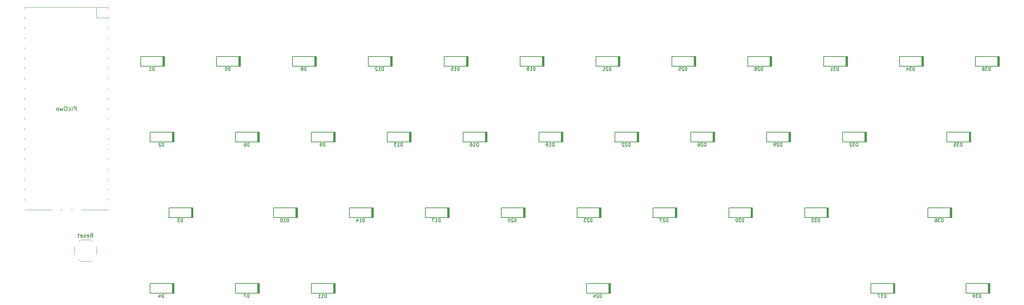
<source format=gbo>
%TF.GenerationSoftware,KiCad,Pcbnew,(5.1.10)-1*%
%TF.CreationDate,2022-03-22T21:52:09-04:00*%
%TF.ProjectId,Keeber40,4b656562-6572-4343-902e-6b696361645f,rev?*%
%TF.SameCoordinates,Original*%
%TF.FileFunction,Legend,Bot*%
%TF.FilePolarity,Positive*%
%FSLAX46Y46*%
G04 Gerber Fmt 4.6, Leading zero omitted, Abs format (unit mm)*
G04 Created by KiCad (PCBNEW (5.1.10)-1) date 2022-03-22 21:52:09*
%MOMM*%
%LPD*%
G01*
G04 APERTURE LIST*
%ADD10C,0.120000*%
%ADD11C,0.200000*%
%ADD12C,0.150000*%
G04 APERTURE END LIST*
D10*
%TO.C,PicOwo*%
X50977000Y-76883000D02*
X29977000Y-76883000D01*
X44177000Y-127883000D02*
X50977000Y-127883000D01*
X50977000Y-79550000D02*
X47970000Y-79550000D01*
X47970000Y-79550000D02*
X47970000Y-76883000D01*
X50977000Y-76883000D02*
X50977000Y-77183000D01*
X50977000Y-79283000D02*
X50977000Y-79683000D01*
X50977000Y-81883000D02*
X50977000Y-82283000D01*
X50977000Y-84383000D02*
X50977000Y-84783000D01*
X50977000Y-86983000D02*
X50977000Y-87383000D01*
X50977000Y-89483000D02*
X50977000Y-89883000D01*
X50977000Y-91983000D02*
X50977000Y-92383000D01*
X50977000Y-94583000D02*
X50977000Y-94983000D01*
X50977000Y-97083000D02*
X50977000Y-97483000D01*
X50977000Y-99683000D02*
X50977000Y-100083000D01*
X50977000Y-102183000D02*
X50977000Y-102583000D01*
X50977000Y-104683000D02*
X50977000Y-105083000D01*
X50977000Y-107283000D02*
X50977000Y-107683000D01*
X50977000Y-109783000D02*
X50977000Y-110183000D01*
X50977000Y-112383000D02*
X50977000Y-112783000D01*
X50977000Y-114883000D02*
X50977000Y-115283000D01*
X50977000Y-117483000D02*
X50977000Y-117883000D01*
X50977000Y-119983000D02*
X50977000Y-120383000D01*
X50977000Y-122483000D02*
X50977000Y-122883000D01*
X50977000Y-125083000D02*
X50977000Y-125483000D01*
X29977000Y-91983000D02*
X29977000Y-92383000D01*
X29977000Y-97083000D02*
X29977000Y-97483000D01*
X29977000Y-104683000D02*
X29977000Y-105083000D01*
X29977000Y-112383000D02*
X29977000Y-112783000D01*
X29977000Y-81883000D02*
X29977000Y-82283000D01*
X29977000Y-79283000D02*
X29977000Y-79683000D01*
X29977000Y-86983000D02*
X29977000Y-87383000D01*
X29977000Y-119983000D02*
X29977000Y-120383000D01*
X29977000Y-125083000D02*
X29977000Y-125483000D01*
X29977000Y-122483000D02*
X29977000Y-122883000D01*
X29977000Y-107283000D02*
X29977000Y-107683000D01*
X29977000Y-102183000D02*
X29977000Y-102583000D01*
X29977000Y-89483000D02*
X29977000Y-89883000D01*
X29977000Y-94583000D02*
X29977000Y-94983000D01*
X29977000Y-114883000D02*
X29977000Y-115283000D01*
X29977000Y-99683000D02*
X29977000Y-100083000D01*
X29977000Y-76883000D02*
X29977000Y-77183000D01*
X29977000Y-84383000D02*
X29977000Y-84783000D01*
X29977000Y-109783000D02*
X29977000Y-110183000D01*
X29977000Y-117483000D02*
X29977000Y-117883000D01*
X29977000Y-127883000D02*
X36777000Y-127883000D01*
X41977000Y-127883000D02*
X41577000Y-127883000D01*
X39377000Y-127883000D02*
X38977000Y-127883000D01*
D11*
%TO.C,D1*%
X64981000Y-91678000D02*
X64981000Y-89278000D01*
X64706000Y-89278000D02*
X64706000Y-91678000D01*
X64831000Y-89278000D02*
X64831000Y-91678000D01*
X65106000Y-89278000D02*
X59106000Y-89278000D01*
X59106000Y-89278000D02*
X59106000Y-91678000D01*
X59106000Y-91678000D02*
X65106000Y-91678000D01*
X65106000Y-91678000D02*
X65106000Y-89278000D01*
%TO.C,D2*%
X67362000Y-110726000D02*
X67362000Y-108326000D01*
X67087000Y-108326000D02*
X67087000Y-110726000D01*
X67212000Y-108326000D02*
X67212000Y-110726000D01*
X67487000Y-108326000D02*
X61487000Y-108326000D01*
X61487000Y-108326000D02*
X61487000Y-110726000D01*
X61487000Y-110726000D02*
X67487000Y-110726000D01*
X67487000Y-110726000D02*
X67487000Y-108326000D01*
%TO.C,D3*%
X72124000Y-129774000D02*
X72124000Y-127374000D01*
X71849000Y-127374000D02*
X71849000Y-129774000D01*
X71974000Y-127374000D02*
X71974000Y-129774000D01*
X72249000Y-127374000D02*
X66249000Y-127374000D01*
X66249000Y-127374000D02*
X66249000Y-129774000D01*
X66249000Y-129774000D02*
X72249000Y-129774000D01*
X72249000Y-129774000D02*
X72249000Y-127374000D01*
%TO.C,D4*%
X67487000Y-148822000D02*
X67487000Y-146422000D01*
X61487000Y-148822000D02*
X67487000Y-148822000D01*
X61487000Y-146422000D02*
X61487000Y-148822000D01*
X67487000Y-146422000D02*
X61487000Y-146422000D01*
X67212000Y-146422000D02*
X67212000Y-148822000D01*
X67087000Y-146422000D02*
X67087000Y-148822000D01*
X67362000Y-148822000D02*
X67362000Y-146422000D01*
%TO.C,D5*%
X84154000Y-91678000D02*
X84154000Y-89278000D01*
X78154000Y-91678000D02*
X84154000Y-91678000D01*
X78154000Y-89278000D02*
X78154000Y-91678000D01*
X84154000Y-89278000D02*
X78154000Y-89278000D01*
X83879000Y-89278000D02*
X83879000Y-91678000D01*
X83754000Y-89278000D02*
X83754000Y-91678000D01*
X84029000Y-91678000D02*
X84029000Y-89278000D01*
%TO.C,D6*%
X88916000Y-110726000D02*
X88916000Y-108326000D01*
X82916000Y-110726000D02*
X88916000Y-110726000D01*
X82916000Y-108326000D02*
X82916000Y-110726000D01*
X88916000Y-108326000D02*
X82916000Y-108326000D01*
X88641000Y-108326000D02*
X88641000Y-110726000D01*
X88516000Y-108326000D02*
X88516000Y-110726000D01*
X88791000Y-110726000D02*
X88791000Y-108326000D01*
%TO.C,D7*%
X88791000Y-148822000D02*
X88791000Y-146422000D01*
X88516000Y-146422000D02*
X88516000Y-148822000D01*
X88641000Y-146422000D02*
X88641000Y-148822000D01*
X88916000Y-146422000D02*
X82916000Y-146422000D01*
X82916000Y-146422000D02*
X82916000Y-148822000D01*
X82916000Y-148822000D02*
X88916000Y-148822000D01*
X88916000Y-148822000D02*
X88916000Y-146422000D01*
%TO.C,D8*%
X103077000Y-91678000D02*
X103077000Y-89278000D01*
X102802000Y-89278000D02*
X102802000Y-91678000D01*
X102927000Y-89278000D02*
X102927000Y-91678000D01*
X103202000Y-89278000D02*
X97202000Y-89278000D01*
X97202000Y-89278000D02*
X97202000Y-91678000D01*
X97202000Y-91678000D02*
X103202000Y-91678000D01*
X103202000Y-91678000D02*
X103202000Y-89278000D01*
%TO.C,D9*%
X107839000Y-110726000D02*
X107839000Y-108326000D01*
X107564000Y-108326000D02*
X107564000Y-110726000D01*
X107689000Y-108326000D02*
X107689000Y-110726000D01*
X107964000Y-108326000D02*
X101964000Y-108326000D01*
X101964000Y-108326000D02*
X101964000Y-110726000D01*
X101964000Y-110726000D02*
X107964000Y-110726000D01*
X107964000Y-110726000D02*
X107964000Y-108326000D01*
%TO.C,D10*%
X98440000Y-129774000D02*
X98440000Y-127374000D01*
X92440000Y-129774000D02*
X98440000Y-129774000D01*
X92440000Y-127374000D02*
X92440000Y-129774000D01*
X98440000Y-127374000D02*
X92440000Y-127374000D01*
X98165000Y-127374000D02*
X98165000Y-129774000D01*
X98040000Y-127374000D02*
X98040000Y-129774000D01*
X98315000Y-129774000D02*
X98315000Y-127374000D01*
%TO.C,D11*%
X107964000Y-148822000D02*
X107964000Y-146422000D01*
X101964000Y-148822000D02*
X107964000Y-148822000D01*
X101964000Y-146422000D02*
X101964000Y-148822000D01*
X107964000Y-146422000D02*
X101964000Y-146422000D01*
X107689000Y-146422000D02*
X107689000Y-148822000D01*
X107564000Y-146422000D02*
X107564000Y-148822000D01*
X107839000Y-148822000D02*
X107839000Y-146422000D01*
%TO.C,D12*%
X122250000Y-91678000D02*
X122250000Y-89278000D01*
X116250000Y-91678000D02*
X122250000Y-91678000D01*
X116250000Y-89278000D02*
X116250000Y-91678000D01*
X122250000Y-89278000D02*
X116250000Y-89278000D01*
X121975000Y-89278000D02*
X121975000Y-91678000D01*
X121850000Y-89278000D02*
X121850000Y-91678000D01*
X122125000Y-91678000D02*
X122125000Y-89278000D01*
%TO.C,D13*%
X127012000Y-110726000D02*
X127012000Y-108326000D01*
X121012000Y-110726000D02*
X127012000Y-110726000D01*
X121012000Y-108326000D02*
X121012000Y-110726000D01*
X127012000Y-108326000D02*
X121012000Y-108326000D01*
X126737000Y-108326000D02*
X126737000Y-110726000D01*
X126612000Y-108326000D02*
X126612000Y-110726000D01*
X126887000Y-110726000D02*
X126887000Y-108326000D01*
%TO.C,D14*%
X117363000Y-129774000D02*
X117363000Y-127374000D01*
X117088000Y-127374000D02*
X117088000Y-129774000D01*
X117213000Y-127374000D02*
X117213000Y-129774000D01*
X117488000Y-127374000D02*
X111488000Y-127374000D01*
X111488000Y-127374000D02*
X111488000Y-129774000D01*
X111488000Y-129774000D02*
X117488000Y-129774000D01*
X117488000Y-129774000D02*
X117488000Y-127374000D01*
%TO.C,D15*%
X141173000Y-91678000D02*
X141173000Y-89278000D01*
X140898000Y-89278000D02*
X140898000Y-91678000D01*
X141023000Y-89278000D02*
X141023000Y-91678000D01*
X141298000Y-89278000D02*
X135298000Y-89278000D01*
X135298000Y-89278000D02*
X135298000Y-91678000D01*
X135298000Y-91678000D02*
X141298000Y-91678000D01*
X141298000Y-91678000D02*
X141298000Y-89278000D01*
%TO.C,D16*%
X145935000Y-110726000D02*
X145935000Y-108326000D01*
X145660000Y-108326000D02*
X145660000Y-110726000D01*
X145785000Y-108326000D02*
X145785000Y-110726000D01*
X146060000Y-108326000D02*
X140060000Y-108326000D01*
X140060000Y-108326000D02*
X140060000Y-110726000D01*
X140060000Y-110726000D02*
X146060000Y-110726000D01*
X146060000Y-110726000D02*
X146060000Y-108326000D01*
%TO.C,D17*%
X136411000Y-129774000D02*
X136411000Y-127374000D01*
X136136000Y-127374000D02*
X136136000Y-129774000D01*
X136261000Y-127374000D02*
X136261000Y-129774000D01*
X136536000Y-127374000D02*
X130536000Y-127374000D01*
X130536000Y-127374000D02*
X130536000Y-129774000D01*
X130536000Y-129774000D02*
X136536000Y-129774000D01*
X136536000Y-129774000D02*
X136536000Y-127374000D01*
%TO.C,D18*%
X160346000Y-91678000D02*
X160346000Y-89278000D01*
X154346000Y-91678000D02*
X160346000Y-91678000D01*
X154346000Y-89278000D02*
X154346000Y-91678000D01*
X160346000Y-89278000D02*
X154346000Y-89278000D01*
X160071000Y-89278000D02*
X160071000Y-91678000D01*
X159946000Y-89278000D02*
X159946000Y-91678000D01*
X160221000Y-91678000D02*
X160221000Y-89278000D01*
%TO.C,D19*%
X165108000Y-110726000D02*
X165108000Y-108326000D01*
X159108000Y-110726000D02*
X165108000Y-110726000D01*
X159108000Y-108326000D02*
X159108000Y-110726000D01*
X165108000Y-108326000D02*
X159108000Y-108326000D01*
X164833000Y-108326000D02*
X164833000Y-110726000D01*
X164708000Y-108326000D02*
X164708000Y-110726000D01*
X164983000Y-110726000D02*
X164983000Y-108326000D01*
%TO.C,D20*%
X155584000Y-129774000D02*
X155584000Y-127374000D01*
X149584000Y-129774000D02*
X155584000Y-129774000D01*
X149584000Y-127374000D02*
X149584000Y-129774000D01*
X155584000Y-127374000D02*
X149584000Y-127374000D01*
X155309000Y-127374000D02*
X155309000Y-129774000D01*
X155184000Y-127374000D02*
X155184000Y-129774000D01*
X155459000Y-129774000D02*
X155459000Y-127374000D01*
%TO.C,D21*%
X179269000Y-91678000D02*
X179269000Y-89278000D01*
X178994000Y-89278000D02*
X178994000Y-91678000D01*
X179119000Y-89278000D02*
X179119000Y-91678000D01*
X179394000Y-89278000D02*
X173394000Y-89278000D01*
X173394000Y-89278000D02*
X173394000Y-91678000D01*
X173394000Y-91678000D02*
X179394000Y-91678000D01*
X179394000Y-91678000D02*
X179394000Y-89278000D01*
%TO.C,D22*%
X184156000Y-110726000D02*
X184156000Y-108326000D01*
X178156000Y-110726000D02*
X184156000Y-110726000D01*
X178156000Y-108326000D02*
X178156000Y-110726000D01*
X184156000Y-108326000D02*
X178156000Y-108326000D01*
X183881000Y-108326000D02*
X183881000Y-110726000D01*
X183756000Y-108326000D02*
X183756000Y-110726000D01*
X184031000Y-110726000D02*
X184031000Y-108326000D01*
%TO.C,D23*%
X174632000Y-129774000D02*
X174632000Y-127374000D01*
X168632000Y-129774000D02*
X174632000Y-129774000D01*
X168632000Y-127374000D02*
X168632000Y-129774000D01*
X174632000Y-127374000D02*
X168632000Y-127374000D01*
X174357000Y-127374000D02*
X174357000Y-129774000D01*
X174232000Y-127374000D02*
X174232000Y-129774000D01*
X174507000Y-129774000D02*
X174507000Y-127374000D01*
%TO.C,D24*%
X176888000Y-148822000D02*
X176888000Y-146422000D01*
X176613000Y-146422000D02*
X176613000Y-148822000D01*
X176738000Y-146422000D02*
X176738000Y-148822000D01*
X177013000Y-146422000D02*
X171013000Y-146422000D01*
X171013000Y-146422000D02*
X171013000Y-148822000D01*
X171013000Y-148822000D02*
X177013000Y-148822000D01*
X177013000Y-148822000D02*
X177013000Y-146422000D01*
%TO.C,D25*%
X198442000Y-91678000D02*
X198442000Y-89278000D01*
X192442000Y-91678000D02*
X198442000Y-91678000D01*
X192442000Y-89278000D02*
X192442000Y-91678000D01*
X198442000Y-89278000D02*
X192442000Y-89278000D01*
X198167000Y-89278000D02*
X198167000Y-91678000D01*
X198042000Y-89278000D02*
X198042000Y-91678000D01*
X198317000Y-91678000D02*
X198317000Y-89278000D01*
%TO.C,D26*%
X203079000Y-110726000D02*
X203079000Y-108326000D01*
X202804000Y-108326000D02*
X202804000Y-110726000D01*
X202929000Y-108326000D02*
X202929000Y-110726000D01*
X203204000Y-108326000D02*
X197204000Y-108326000D01*
X197204000Y-108326000D02*
X197204000Y-110726000D01*
X197204000Y-110726000D02*
X203204000Y-110726000D01*
X203204000Y-110726000D02*
X203204000Y-108326000D01*
%TO.C,D27*%
X193555000Y-129774000D02*
X193555000Y-127374000D01*
X193280000Y-127374000D02*
X193280000Y-129774000D01*
X193405000Y-127374000D02*
X193405000Y-129774000D01*
X193680000Y-127374000D02*
X187680000Y-127374000D01*
X187680000Y-127374000D02*
X187680000Y-129774000D01*
X187680000Y-129774000D02*
X193680000Y-129774000D01*
X193680000Y-129774000D02*
X193680000Y-127374000D01*
%TO.C,D28*%
X217365000Y-91678000D02*
X217365000Y-89278000D01*
X217090000Y-89278000D02*
X217090000Y-91678000D01*
X217215000Y-89278000D02*
X217215000Y-91678000D01*
X217490000Y-89278000D02*
X211490000Y-89278000D01*
X211490000Y-89278000D02*
X211490000Y-91678000D01*
X211490000Y-91678000D02*
X217490000Y-91678000D01*
X217490000Y-91678000D02*
X217490000Y-89278000D01*
%TO.C,D29*%
X222252000Y-110726000D02*
X222252000Y-108326000D01*
X216252000Y-110726000D02*
X222252000Y-110726000D01*
X216252000Y-108326000D02*
X216252000Y-110726000D01*
X222252000Y-108326000D02*
X216252000Y-108326000D01*
X221977000Y-108326000D02*
X221977000Y-110726000D01*
X221852000Y-108326000D02*
X221852000Y-110726000D01*
X222127000Y-110726000D02*
X222127000Y-108326000D01*
%TO.C,D30*%
X212728000Y-129774000D02*
X212728000Y-127374000D01*
X206728000Y-129774000D02*
X212728000Y-129774000D01*
X206728000Y-127374000D02*
X206728000Y-129774000D01*
X212728000Y-127374000D02*
X206728000Y-127374000D01*
X212453000Y-127374000D02*
X212453000Y-129774000D01*
X212328000Y-127374000D02*
X212328000Y-129774000D01*
X212603000Y-129774000D02*
X212603000Y-127374000D01*
%TO.C,D31*%
X236538000Y-91678000D02*
X236538000Y-89278000D01*
X230538000Y-91678000D02*
X236538000Y-91678000D01*
X230538000Y-89278000D02*
X230538000Y-91678000D01*
X236538000Y-89278000D02*
X230538000Y-89278000D01*
X236263000Y-89278000D02*
X236263000Y-91678000D01*
X236138000Y-89278000D02*
X236138000Y-91678000D01*
X236413000Y-91678000D02*
X236413000Y-89278000D01*
%TO.C,D32*%
X241175000Y-110726000D02*
X241175000Y-108326000D01*
X240900000Y-108326000D02*
X240900000Y-110726000D01*
X241025000Y-108326000D02*
X241025000Y-110726000D01*
X241300000Y-108326000D02*
X235300000Y-108326000D01*
X235300000Y-108326000D02*
X235300000Y-110726000D01*
X235300000Y-110726000D02*
X241300000Y-110726000D01*
X241300000Y-110726000D02*
X241300000Y-108326000D01*
%TO.C,D33*%
X231651000Y-129774000D02*
X231651000Y-127374000D01*
X231376000Y-127374000D02*
X231376000Y-129774000D01*
X231501000Y-127374000D02*
X231501000Y-129774000D01*
X231776000Y-127374000D02*
X225776000Y-127374000D01*
X225776000Y-127374000D02*
X225776000Y-129774000D01*
X225776000Y-129774000D02*
X231776000Y-129774000D01*
X231776000Y-129774000D02*
X231776000Y-127374000D01*
%TO.C,D34*%
X255461000Y-91678000D02*
X255461000Y-89278000D01*
X255186000Y-89278000D02*
X255186000Y-91678000D01*
X255311000Y-89278000D02*
X255311000Y-91678000D01*
X255586000Y-89278000D02*
X249586000Y-89278000D01*
X249586000Y-89278000D02*
X249586000Y-91678000D01*
X249586000Y-91678000D02*
X255586000Y-91678000D01*
X255586000Y-91678000D02*
X255586000Y-89278000D01*
%TO.C,D35*%
X267366000Y-110726000D02*
X267366000Y-108326000D01*
X267091000Y-108326000D02*
X267091000Y-110726000D01*
X267216000Y-108326000D02*
X267216000Y-110726000D01*
X267491000Y-108326000D02*
X261491000Y-108326000D01*
X261491000Y-108326000D02*
X261491000Y-110726000D01*
X261491000Y-110726000D02*
X267491000Y-110726000D01*
X267491000Y-110726000D02*
X267491000Y-108326000D01*
%TO.C,D36*%
X262729000Y-129774000D02*
X262729000Y-127374000D01*
X256729000Y-129774000D02*
X262729000Y-129774000D01*
X256729000Y-127374000D02*
X256729000Y-129774000D01*
X262729000Y-127374000D02*
X256729000Y-127374000D01*
X262454000Y-127374000D02*
X262454000Y-129774000D01*
X262329000Y-127374000D02*
X262329000Y-129774000D01*
X262604000Y-129774000D02*
X262604000Y-127374000D01*
%TO.C,D37*%
X248443000Y-148822000D02*
X248443000Y-146422000D01*
X242443000Y-148822000D02*
X248443000Y-148822000D01*
X242443000Y-146422000D02*
X242443000Y-148822000D01*
X248443000Y-146422000D02*
X242443000Y-146422000D01*
X248168000Y-146422000D02*
X248168000Y-148822000D01*
X248043000Y-146422000D02*
X248043000Y-148822000D01*
X248318000Y-148822000D02*
X248318000Y-146422000D01*
%TO.C,D38*%
X274634000Y-91678000D02*
X274634000Y-89278000D01*
X268634000Y-91678000D02*
X274634000Y-91678000D01*
X268634000Y-89278000D02*
X268634000Y-91678000D01*
X274634000Y-89278000D02*
X268634000Y-89278000D01*
X274359000Y-89278000D02*
X274359000Y-91678000D01*
X274234000Y-89278000D02*
X274234000Y-91678000D01*
X274509000Y-91678000D02*
X274509000Y-89278000D01*
%TO.C,D39*%
X272253000Y-148822000D02*
X272253000Y-146422000D01*
X266253000Y-148822000D02*
X272253000Y-148822000D01*
X266253000Y-146422000D02*
X266253000Y-148822000D01*
X272253000Y-146422000D02*
X266253000Y-146422000D01*
X271978000Y-146422000D02*
X271978000Y-148822000D01*
X271853000Y-146422000D02*
X271853000Y-148822000D01*
X272128000Y-148822000D02*
X272128000Y-146422000D01*
D10*
%TO.C,Reset*%
X46489000Y-135348000D02*
X43989000Y-135348000D01*
X47989000Y-137098000D02*
X47989000Y-139098000D01*
X46489000Y-140848000D02*
X43989000Y-140848000D01*
X42489000Y-137098000D02*
X42489000Y-139098000D01*
X46939000Y-135798000D02*
X46489000Y-135348000D01*
X43539000Y-135798000D02*
X43989000Y-135348000D01*
X43539000Y-140398000D02*
X43989000Y-140848000D01*
X46939000Y-140398000D02*
X46489000Y-140848000D01*
%TO.C,PicOwo*%
D12*
X42905571Y-102835380D02*
X42905571Y-101835380D01*
X42524619Y-101835380D01*
X42429380Y-101883000D01*
X42381761Y-101930619D01*
X42334142Y-102025857D01*
X42334142Y-102168714D01*
X42381761Y-102263952D01*
X42429380Y-102311571D01*
X42524619Y-102359190D01*
X42905571Y-102359190D01*
X41905571Y-102835380D02*
X41905571Y-102168714D01*
X41905571Y-101835380D02*
X41953190Y-101883000D01*
X41905571Y-101930619D01*
X41857952Y-101883000D01*
X41905571Y-101835380D01*
X41905571Y-101930619D01*
X41000809Y-102787761D02*
X41096047Y-102835380D01*
X41286523Y-102835380D01*
X41381761Y-102787761D01*
X41429380Y-102740142D01*
X41477000Y-102644904D01*
X41477000Y-102359190D01*
X41429380Y-102263952D01*
X41381761Y-102216333D01*
X41286523Y-102168714D01*
X41096047Y-102168714D01*
X41000809Y-102216333D01*
X40381761Y-101835380D02*
X40191285Y-101835380D01*
X40096047Y-101883000D01*
X40000809Y-101978238D01*
X39953190Y-102168714D01*
X39953190Y-102502047D01*
X40000809Y-102692523D01*
X40096047Y-102787761D01*
X40191285Y-102835380D01*
X40381761Y-102835380D01*
X40477000Y-102787761D01*
X40572238Y-102692523D01*
X40619857Y-102502047D01*
X40619857Y-102168714D01*
X40572238Y-101978238D01*
X40477000Y-101883000D01*
X40381761Y-101835380D01*
X39619857Y-102168714D02*
X39429380Y-102835380D01*
X39238904Y-102359190D01*
X39048428Y-102835380D01*
X38857952Y-102168714D01*
X38334142Y-102835380D02*
X38429380Y-102787761D01*
X38477000Y-102740142D01*
X38524619Y-102644904D01*
X38524619Y-102359190D01*
X38477000Y-102263952D01*
X38429380Y-102216333D01*
X38334142Y-102168714D01*
X38191285Y-102168714D01*
X38096047Y-102216333D01*
X38048428Y-102263952D01*
X38000809Y-102359190D01*
X38000809Y-102644904D01*
X38048428Y-102740142D01*
X38096047Y-102787761D01*
X38191285Y-102835380D01*
X38334142Y-102835380D01*
%TO.C,D1*%
X62496476Y-92764904D02*
X62496476Y-91964904D01*
X62306000Y-91964904D01*
X62191714Y-92003000D01*
X62115523Y-92079190D01*
X62077428Y-92155380D01*
X62039333Y-92307761D01*
X62039333Y-92422047D01*
X62077428Y-92574428D01*
X62115523Y-92650619D01*
X62191714Y-92726809D01*
X62306000Y-92764904D01*
X62496476Y-92764904D01*
X61277428Y-92764904D02*
X61734571Y-92764904D01*
X61506000Y-92764904D02*
X61506000Y-91964904D01*
X61582190Y-92079190D01*
X61658380Y-92155380D01*
X61734571Y-92193476D01*
%TO.C,D2*%
X64877476Y-111812904D02*
X64877476Y-111012904D01*
X64687000Y-111012904D01*
X64572714Y-111051000D01*
X64496523Y-111127190D01*
X64458428Y-111203380D01*
X64420333Y-111355761D01*
X64420333Y-111470047D01*
X64458428Y-111622428D01*
X64496523Y-111698619D01*
X64572714Y-111774809D01*
X64687000Y-111812904D01*
X64877476Y-111812904D01*
X64115571Y-111089095D02*
X64077476Y-111051000D01*
X64001285Y-111012904D01*
X63810809Y-111012904D01*
X63734619Y-111051000D01*
X63696523Y-111089095D01*
X63658428Y-111165285D01*
X63658428Y-111241476D01*
X63696523Y-111355761D01*
X64153666Y-111812904D01*
X63658428Y-111812904D01*
%TO.C,D3*%
X69639476Y-130860904D02*
X69639476Y-130060904D01*
X69449000Y-130060904D01*
X69334714Y-130099000D01*
X69258523Y-130175190D01*
X69220428Y-130251380D01*
X69182333Y-130403761D01*
X69182333Y-130518047D01*
X69220428Y-130670428D01*
X69258523Y-130746619D01*
X69334714Y-130822809D01*
X69449000Y-130860904D01*
X69639476Y-130860904D01*
X68915666Y-130060904D02*
X68420428Y-130060904D01*
X68687095Y-130365666D01*
X68572809Y-130365666D01*
X68496619Y-130403761D01*
X68458523Y-130441857D01*
X68420428Y-130518047D01*
X68420428Y-130708523D01*
X68458523Y-130784714D01*
X68496619Y-130822809D01*
X68572809Y-130860904D01*
X68801380Y-130860904D01*
X68877571Y-130822809D01*
X68915666Y-130784714D01*
%TO.C,D4*%
X64877476Y-149908904D02*
X64877476Y-149108904D01*
X64687000Y-149108904D01*
X64572714Y-149147000D01*
X64496523Y-149223190D01*
X64458428Y-149299380D01*
X64420333Y-149451761D01*
X64420333Y-149566047D01*
X64458428Y-149718428D01*
X64496523Y-149794619D01*
X64572714Y-149870809D01*
X64687000Y-149908904D01*
X64877476Y-149908904D01*
X63734619Y-149375571D02*
X63734619Y-149908904D01*
X63925095Y-149070809D02*
X64115571Y-149642238D01*
X63620333Y-149642238D01*
%TO.C,D5*%
X81544476Y-92764904D02*
X81544476Y-91964904D01*
X81354000Y-91964904D01*
X81239714Y-92003000D01*
X81163523Y-92079190D01*
X81125428Y-92155380D01*
X81087333Y-92307761D01*
X81087333Y-92422047D01*
X81125428Y-92574428D01*
X81163523Y-92650619D01*
X81239714Y-92726809D01*
X81354000Y-92764904D01*
X81544476Y-92764904D01*
X80363523Y-91964904D02*
X80744476Y-91964904D01*
X80782571Y-92345857D01*
X80744476Y-92307761D01*
X80668285Y-92269666D01*
X80477809Y-92269666D01*
X80401619Y-92307761D01*
X80363523Y-92345857D01*
X80325428Y-92422047D01*
X80325428Y-92612523D01*
X80363523Y-92688714D01*
X80401619Y-92726809D01*
X80477809Y-92764904D01*
X80668285Y-92764904D01*
X80744476Y-92726809D01*
X80782571Y-92688714D01*
%TO.C,D6*%
X86306476Y-111812904D02*
X86306476Y-111012904D01*
X86116000Y-111012904D01*
X86001714Y-111051000D01*
X85925523Y-111127190D01*
X85887428Y-111203380D01*
X85849333Y-111355761D01*
X85849333Y-111470047D01*
X85887428Y-111622428D01*
X85925523Y-111698619D01*
X86001714Y-111774809D01*
X86116000Y-111812904D01*
X86306476Y-111812904D01*
X85163619Y-111012904D02*
X85316000Y-111012904D01*
X85392190Y-111051000D01*
X85430285Y-111089095D01*
X85506476Y-111203380D01*
X85544571Y-111355761D01*
X85544571Y-111660523D01*
X85506476Y-111736714D01*
X85468380Y-111774809D01*
X85392190Y-111812904D01*
X85239809Y-111812904D01*
X85163619Y-111774809D01*
X85125523Y-111736714D01*
X85087428Y-111660523D01*
X85087428Y-111470047D01*
X85125523Y-111393857D01*
X85163619Y-111355761D01*
X85239809Y-111317666D01*
X85392190Y-111317666D01*
X85468380Y-111355761D01*
X85506476Y-111393857D01*
X85544571Y-111470047D01*
%TO.C,D7*%
X86306476Y-149908904D02*
X86306476Y-149108904D01*
X86116000Y-149108904D01*
X86001714Y-149147000D01*
X85925523Y-149223190D01*
X85887428Y-149299380D01*
X85849333Y-149451761D01*
X85849333Y-149566047D01*
X85887428Y-149718428D01*
X85925523Y-149794619D01*
X86001714Y-149870809D01*
X86116000Y-149908904D01*
X86306476Y-149908904D01*
X85582666Y-149108904D02*
X85049333Y-149108904D01*
X85392190Y-149908904D01*
%TO.C,D8*%
X100592476Y-92764904D02*
X100592476Y-91964904D01*
X100402000Y-91964904D01*
X100287714Y-92003000D01*
X100211523Y-92079190D01*
X100173428Y-92155380D01*
X100135333Y-92307761D01*
X100135333Y-92422047D01*
X100173428Y-92574428D01*
X100211523Y-92650619D01*
X100287714Y-92726809D01*
X100402000Y-92764904D01*
X100592476Y-92764904D01*
X99678190Y-92307761D02*
X99754380Y-92269666D01*
X99792476Y-92231571D01*
X99830571Y-92155380D01*
X99830571Y-92117285D01*
X99792476Y-92041095D01*
X99754380Y-92003000D01*
X99678190Y-91964904D01*
X99525809Y-91964904D01*
X99449619Y-92003000D01*
X99411523Y-92041095D01*
X99373428Y-92117285D01*
X99373428Y-92155380D01*
X99411523Y-92231571D01*
X99449619Y-92269666D01*
X99525809Y-92307761D01*
X99678190Y-92307761D01*
X99754380Y-92345857D01*
X99792476Y-92383952D01*
X99830571Y-92460142D01*
X99830571Y-92612523D01*
X99792476Y-92688714D01*
X99754380Y-92726809D01*
X99678190Y-92764904D01*
X99525809Y-92764904D01*
X99449619Y-92726809D01*
X99411523Y-92688714D01*
X99373428Y-92612523D01*
X99373428Y-92460142D01*
X99411523Y-92383952D01*
X99449619Y-92345857D01*
X99525809Y-92307761D01*
%TO.C,D9*%
X105354476Y-111812904D02*
X105354476Y-111012904D01*
X105164000Y-111012904D01*
X105049714Y-111051000D01*
X104973523Y-111127190D01*
X104935428Y-111203380D01*
X104897333Y-111355761D01*
X104897333Y-111470047D01*
X104935428Y-111622428D01*
X104973523Y-111698619D01*
X105049714Y-111774809D01*
X105164000Y-111812904D01*
X105354476Y-111812904D01*
X104516380Y-111812904D02*
X104364000Y-111812904D01*
X104287809Y-111774809D01*
X104249714Y-111736714D01*
X104173523Y-111622428D01*
X104135428Y-111470047D01*
X104135428Y-111165285D01*
X104173523Y-111089095D01*
X104211619Y-111051000D01*
X104287809Y-111012904D01*
X104440190Y-111012904D01*
X104516380Y-111051000D01*
X104554476Y-111089095D01*
X104592571Y-111165285D01*
X104592571Y-111355761D01*
X104554476Y-111431952D01*
X104516380Y-111470047D01*
X104440190Y-111508142D01*
X104287809Y-111508142D01*
X104211619Y-111470047D01*
X104173523Y-111431952D01*
X104135428Y-111355761D01*
%TO.C,D10*%
X96211428Y-130860904D02*
X96211428Y-130060904D01*
X96020952Y-130060904D01*
X95906666Y-130099000D01*
X95830476Y-130175190D01*
X95792380Y-130251380D01*
X95754285Y-130403761D01*
X95754285Y-130518047D01*
X95792380Y-130670428D01*
X95830476Y-130746619D01*
X95906666Y-130822809D01*
X96020952Y-130860904D01*
X96211428Y-130860904D01*
X94992380Y-130860904D02*
X95449523Y-130860904D01*
X95220952Y-130860904D02*
X95220952Y-130060904D01*
X95297142Y-130175190D01*
X95373333Y-130251380D01*
X95449523Y-130289476D01*
X94497142Y-130060904D02*
X94420952Y-130060904D01*
X94344761Y-130099000D01*
X94306666Y-130137095D01*
X94268571Y-130213285D01*
X94230476Y-130365666D01*
X94230476Y-130556142D01*
X94268571Y-130708523D01*
X94306666Y-130784714D01*
X94344761Y-130822809D01*
X94420952Y-130860904D01*
X94497142Y-130860904D01*
X94573333Y-130822809D01*
X94611428Y-130784714D01*
X94649523Y-130708523D01*
X94687619Y-130556142D01*
X94687619Y-130365666D01*
X94649523Y-130213285D01*
X94611428Y-130137095D01*
X94573333Y-130099000D01*
X94497142Y-130060904D01*
%TO.C,D11*%
X105735428Y-149908904D02*
X105735428Y-149108904D01*
X105544952Y-149108904D01*
X105430666Y-149147000D01*
X105354476Y-149223190D01*
X105316380Y-149299380D01*
X105278285Y-149451761D01*
X105278285Y-149566047D01*
X105316380Y-149718428D01*
X105354476Y-149794619D01*
X105430666Y-149870809D01*
X105544952Y-149908904D01*
X105735428Y-149908904D01*
X104516380Y-149908904D02*
X104973523Y-149908904D01*
X104744952Y-149908904D02*
X104744952Y-149108904D01*
X104821142Y-149223190D01*
X104897333Y-149299380D01*
X104973523Y-149337476D01*
X103754476Y-149908904D02*
X104211619Y-149908904D01*
X103983047Y-149908904D02*
X103983047Y-149108904D01*
X104059238Y-149223190D01*
X104135428Y-149299380D01*
X104211619Y-149337476D01*
%TO.C,D12*%
X120021428Y-92764904D02*
X120021428Y-91964904D01*
X119830952Y-91964904D01*
X119716666Y-92003000D01*
X119640476Y-92079190D01*
X119602380Y-92155380D01*
X119564285Y-92307761D01*
X119564285Y-92422047D01*
X119602380Y-92574428D01*
X119640476Y-92650619D01*
X119716666Y-92726809D01*
X119830952Y-92764904D01*
X120021428Y-92764904D01*
X118802380Y-92764904D02*
X119259523Y-92764904D01*
X119030952Y-92764904D02*
X119030952Y-91964904D01*
X119107142Y-92079190D01*
X119183333Y-92155380D01*
X119259523Y-92193476D01*
X118497619Y-92041095D02*
X118459523Y-92003000D01*
X118383333Y-91964904D01*
X118192857Y-91964904D01*
X118116666Y-92003000D01*
X118078571Y-92041095D01*
X118040476Y-92117285D01*
X118040476Y-92193476D01*
X118078571Y-92307761D01*
X118535714Y-92764904D01*
X118040476Y-92764904D01*
%TO.C,D13*%
X124783428Y-111812904D02*
X124783428Y-111012904D01*
X124592952Y-111012904D01*
X124478666Y-111051000D01*
X124402476Y-111127190D01*
X124364380Y-111203380D01*
X124326285Y-111355761D01*
X124326285Y-111470047D01*
X124364380Y-111622428D01*
X124402476Y-111698619D01*
X124478666Y-111774809D01*
X124592952Y-111812904D01*
X124783428Y-111812904D01*
X123564380Y-111812904D02*
X124021523Y-111812904D01*
X123792952Y-111812904D02*
X123792952Y-111012904D01*
X123869142Y-111127190D01*
X123945333Y-111203380D01*
X124021523Y-111241476D01*
X123297714Y-111012904D02*
X122802476Y-111012904D01*
X123069142Y-111317666D01*
X122954857Y-111317666D01*
X122878666Y-111355761D01*
X122840571Y-111393857D01*
X122802476Y-111470047D01*
X122802476Y-111660523D01*
X122840571Y-111736714D01*
X122878666Y-111774809D01*
X122954857Y-111812904D01*
X123183428Y-111812904D01*
X123259619Y-111774809D01*
X123297714Y-111736714D01*
%TO.C,D14*%
X115259428Y-130860904D02*
X115259428Y-130060904D01*
X115068952Y-130060904D01*
X114954666Y-130099000D01*
X114878476Y-130175190D01*
X114840380Y-130251380D01*
X114802285Y-130403761D01*
X114802285Y-130518047D01*
X114840380Y-130670428D01*
X114878476Y-130746619D01*
X114954666Y-130822809D01*
X115068952Y-130860904D01*
X115259428Y-130860904D01*
X114040380Y-130860904D02*
X114497523Y-130860904D01*
X114268952Y-130860904D02*
X114268952Y-130060904D01*
X114345142Y-130175190D01*
X114421333Y-130251380D01*
X114497523Y-130289476D01*
X113354666Y-130327571D02*
X113354666Y-130860904D01*
X113545142Y-130022809D02*
X113735619Y-130594238D01*
X113240380Y-130594238D01*
%TO.C,D15*%
X139069428Y-92764904D02*
X139069428Y-91964904D01*
X138878952Y-91964904D01*
X138764666Y-92003000D01*
X138688476Y-92079190D01*
X138650380Y-92155380D01*
X138612285Y-92307761D01*
X138612285Y-92422047D01*
X138650380Y-92574428D01*
X138688476Y-92650619D01*
X138764666Y-92726809D01*
X138878952Y-92764904D01*
X139069428Y-92764904D01*
X137850380Y-92764904D02*
X138307523Y-92764904D01*
X138078952Y-92764904D02*
X138078952Y-91964904D01*
X138155142Y-92079190D01*
X138231333Y-92155380D01*
X138307523Y-92193476D01*
X137126571Y-91964904D02*
X137507523Y-91964904D01*
X137545619Y-92345857D01*
X137507523Y-92307761D01*
X137431333Y-92269666D01*
X137240857Y-92269666D01*
X137164666Y-92307761D01*
X137126571Y-92345857D01*
X137088476Y-92422047D01*
X137088476Y-92612523D01*
X137126571Y-92688714D01*
X137164666Y-92726809D01*
X137240857Y-92764904D01*
X137431333Y-92764904D01*
X137507523Y-92726809D01*
X137545619Y-92688714D01*
%TO.C,D16*%
X143831428Y-111812904D02*
X143831428Y-111012904D01*
X143640952Y-111012904D01*
X143526666Y-111051000D01*
X143450476Y-111127190D01*
X143412380Y-111203380D01*
X143374285Y-111355761D01*
X143374285Y-111470047D01*
X143412380Y-111622428D01*
X143450476Y-111698619D01*
X143526666Y-111774809D01*
X143640952Y-111812904D01*
X143831428Y-111812904D01*
X142612380Y-111812904D02*
X143069523Y-111812904D01*
X142840952Y-111812904D02*
X142840952Y-111012904D01*
X142917142Y-111127190D01*
X142993333Y-111203380D01*
X143069523Y-111241476D01*
X141926666Y-111012904D02*
X142079047Y-111012904D01*
X142155238Y-111051000D01*
X142193333Y-111089095D01*
X142269523Y-111203380D01*
X142307619Y-111355761D01*
X142307619Y-111660523D01*
X142269523Y-111736714D01*
X142231428Y-111774809D01*
X142155238Y-111812904D01*
X142002857Y-111812904D01*
X141926666Y-111774809D01*
X141888571Y-111736714D01*
X141850476Y-111660523D01*
X141850476Y-111470047D01*
X141888571Y-111393857D01*
X141926666Y-111355761D01*
X142002857Y-111317666D01*
X142155238Y-111317666D01*
X142231428Y-111355761D01*
X142269523Y-111393857D01*
X142307619Y-111470047D01*
%TO.C,D17*%
X134307428Y-130860904D02*
X134307428Y-130060904D01*
X134116952Y-130060904D01*
X134002666Y-130099000D01*
X133926476Y-130175190D01*
X133888380Y-130251380D01*
X133850285Y-130403761D01*
X133850285Y-130518047D01*
X133888380Y-130670428D01*
X133926476Y-130746619D01*
X134002666Y-130822809D01*
X134116952Y-130860904D01*
X134307428Y-130860904D01*
X133088380Y-130860904D02*
X133545523Y-130860904D01*
X133316952Y-130860904D02*
X133316952Y-130060904D01*
X133393142Y-130175190D01*
X133469333Y-130251380D01*
X133545523Y-130289476D01*
X132821714Y-130060904D02*
X132288380Y-130060904D01*
X132631238Y-130860904D01*
%TO.C,D18*%
X158117428Y-92764904D02*
X158117428Y-91964904D01*
X157926952Y-91964904D01*
X157812666Y-92003000D01*
X157736476Y-92079190D01*
X157698380Y-92155380D01*
X157660285Y-92307761D01*
X157660285Y-92422047D01*
X157698380Y-92574428D01*
X157736476Y-92650619D01*
X157812666Y-92726809D01*
X157926952Y-92764904D01*
X158117428Y-92764904D01*
X156898380Y-92764904D02*
X157355523Y-92764904D01*
X157126952Y-92764904D02*
X157126952Y-91964904D01*
X157203142Y-92079190D01*
X157279333Y-92155380D01*
X157355523Y-92193476D01*
X156441238Y-92307761D02*
X156517428Y-92269666D01*
X156555523Y-92231571D01*
X156593619Y-92155380D01*
X156593619Y-92117285D01*
X156555523Y-92041095D01*
X156517428Y-92003000D01*
X156441238Y-91964904D01*
X156288857Y-91964904D01*
X156212666Y-92003000D01*
X156174571Y-92041095D01*
X156136476Y-92117285D01*
X156136476Y-92155380D01*
X156174571Y-92231571D01*
X156212666Y-92269666D01*
X156288857Y-92307761D01*
X156441238Y-92307761D01*
X156517428Y-92345857D01*
X156555523Y-92383952D01*
X156593619Y-92460142D01*
X156593619Y-92612523D01*
X156555523Y-92688714D01*
X156517428Y-92726809D01*
X156441238Y-92764904D01*
X156288857Y-92764904D01*
X156212666Y-92726809D01*
X156174571Y-92688714D01*
X156136476Y-92612523D01*
X156136476Y-92460142D01*
X156174571Y-92383952D01*
X156212666Y-92345857D01*
X156288857Y-92307761D01*
%TO.C,D19*%
X162879428Y-111812904D02*
X162879428Y-111012904D01*
X162688952Y-111012904D01*
X162574666Y-111051000D01*
X162498476Y-111127190D01*
X162460380Y-111203380D01*
X162422285Y-111355761D01*
X162422285Y-111470047D01*
X162460380Y-111622428D01*
X162498476Y-111698619D01*
X162574666Y-111774809D01*
X162688952Y-111812904D01*
X162879428Y-111812904D01*
X161660380Y-111812904D02*
X162117523Y-111812904D01*
X161888952Y-111812904D02*
X161888952Y-111012904D01*
X161965142Y-111127190D01*
X162041333Y-111203380D01*
X162117523Y-111241476D01*
X161279428Y-111812904D02*
X161127047Y-111812904D01*
X161050857Y-111774809D01*
X161012761Y-111736714D01*
X160936571Y-111622428D01*
X160898476Y-111470047D01*
X160898476Y-111165285D01*
X160936571Y-111089095D01*
X160974666Y-111051000D01*
X161050857Y-111012904D01*
X161203238Y-111012904D01*
X161279428Y-111051000D01*
X161317523Y-111089095D01*
X161355619Y-111165285D01*
X161355619Y-111355761D01*
X161317523Y-111431952D01*
X161279428Y-111470047D01*
X161203238Y-111508142D01*
X161050857Y-111508142D01*
X160974666Y-111470047D01*
X160936571Y-111431952D01*
X160898476Y-111355761D01*
%TO.C,D20*%
X153355428Y-130860904D02*
X153355428Y-130060904D01*
X153164952Y-130060904D01*
X153050666Y-130099000D01*
X152974476Y-130175190D01*
X152936380Y-130251380D01*
X152898285Y-130403761D01*
X152898285Y-130518047D01*
X152936380Y-130670428D01*
X152974476Y-130746619D01*
X153050666Y-130822809D01*
X153164952Y-130860904D01*
X153355428Y-130860904D01*
X152593523Y-130137095D02*
X152555428Y-130099000D01*
X152479238Y-130060904D01*
X152288761Y-130060904D01*
X152212571Y-130099000D01*
X152174476Y-130137095D01*
X152136380Y-130213285D01*
X152136380Y-130289476D01*
X152174476Y-130403761D01*
X152631619Y-130860904D01*
X152136380Y-130860904D01*
X151641142Y-130060904D02*
X151564952Y-130060904D01*
X151488761Y-130099000D01*
X151450666Y-130137095D01*
X151412571Y-130213285D01*
X151374476Y-130365666D01*
X151374476Y-130556142D01*
X151412571Y-130708523D01*
X151450666Y-130784714D01*
X151488761Y-130822809D01*
X151564952Y-130860904D01*
X151641142Y-130860904D01*
X151717333Y-130822809D01*
X151755428Y-130784714D01*
X151793523Y-130708523D01*
X151831619Y-130556142D01*
X151831619Y-130365666D01*
X151793523Y-130213285D01*
X151755428Y-130137095D01*
X151717333Y-130099000D01*
X151641142Y-130060904D01*
%TO.C,D21*%
X177165428Y-92764904D02*
X177165428Y-91964904D01*
X176974952Y-91964904D01*
X176860666Y-92003000D01*
X176784476Y-92079190D01*
X176746380Y-92155380D01*
X176708285Y-92307761D01*
X176708285Y-92422047D01*
X176746380Y-92574428D01*
X176784476Y-92650619D01*
X176860666Y-92726809D01*
X176974952Y-92764904D01*
X177165428Y-92764904D01*
X176403523Y-92041095D02*
X176365428Y-92003000D01*
X176289238Y-91964904D01*
X176098761Y-91964904D01*
X176022571Y-92003000D01*
X175984476Y-92041095D01*
X175946380Y-92117285D01*
X175946380Y-92193476D01*
X175984476Y-92307761D01*
X176441619Y-92764904D01*
X175946380Y-92764904D01*
X175184476Y-92764904D02*
X175641619Y-92764904D01*
X175413047Y-92764904D02*
X175413047Y-91964904D01*
X175489238Y-92079190D01*
X175565428Y-92155380D01*
X175641619Y-92193476D01*
%TO.C,D22*%
X181927428Y-111812904D02*
X181927428Y-111012904D01*
X181736952Y-111012904D01*
X181622666Y-111051000D01*
X181546476Y-111127190D01*
X181508380Y-111203380D01*
X181470285Y-111355761D01*
X181470285Y-111470047D01*
X181508380Y-111622428D01*
X181546476Y-111698619D01*
X181622666Y-111774809D01*
X181736952Y-111812904D01*
X181927428Y-111812904D01*
X181165523Y-111089095D02*
X181127428Y-111051000D01*
X181051238Y-111012904D01*
X180860761Y-111012904D01*
X180784571Y-111051000D01*
X180746476Y-111089095D01*
X180708380Y-111165285D01*
X180708380Y-111241476D01*
X180746476Y-111355761D01*
X181203619Y-111812904D01*
X180708380Y-111812904D01*
X180403619Y-111089095D02*
X180365523Y-111051000D01*
X180289333Y-111012904D01*
X180098857Y-111012904D01*
X180022666Y-111051000D01*
X179984571Y-111089095D01*
X179946476Y-111165285D01*
X179946476Y-111241476D01*
X179984571Y-111355761D01*
X180441714Y-111812904D01*
X179946476Y-111812904D01*
%TO.C,D23*%
X172403428Y-130860904D02*
X172403428Y-130060904D01*
X172212952Y-130060904D01*
X172098666Y-130099000D01*
X172022476Y-130175190D01*
X171984380Y-130251380D01*
X171946285Y-130403761D01*
X171946285Y-130518047D01*
X171984380Y-130670428D01*
X172022476Y-130746619D01*
X172098666Y-130822809D01*
X172212952Y-130860904D01*
X172403428Y-130860904D01*
X171641523Y-130137095D02*
X171603428Y-130099000D01*
X171527238Y-130060904D01*
X171336761Y-130060904D01*
X171260571Y-130099000D01*
X171222476Y-130137095D01*
X171184380Y-130213285D01*
X171184380Y-130289476D01*
X171222476Y-130403761D01*
X171679619Y-130860904D01*
X171184380Y-130860904D01*
X170917714Y-130060904D02*
X170422476Y-130060904D01*
X170689142Y-130365666D01*
X170574857Y-130365666D01*
X170498666Y-130403761D01*
X170460571Y-130441857D01*
X170422476Y-130518047D01*
X170422476Y-130708523D01*
X170460571Y-130784714D01*
X170498666Y-130822809D01*
X170574857Y-130860904D01*
X170803428Y-130860904D01*
X170879619Y-130822809D01*
X170917714Y-130784714D01*
%TO.C,D24*%
X174784428Y-149908904D02*
X174784428Y-149108904D01*
X174593952Y-149108904D01*
X174479666Y-149147000D01*
X174403476Y-149223190D01*
X174365380Y-149299380D01*
X174327285Y-149451761D01*
X174327285Y-149566047D01*
X174365380Y-149718428D01*
X174403476Y-149794619D01*
X174479666Y-149870809D01*
X174593952Y-149908904D01*
X174784428Y-149908904D01*
X174022523Y-149185095D02*
X173984428Y-149147000D01*
X173908238Y-149108904D01*
X173717761Y-149108904D01*
X173641571Y-149147000D01*
X173603476Y-149185095D01*
X173565380Y-149261285D01*
X173565380Y-149337476D01*
X173603476Y-149451761D01*
X174060619Y-149908904D01*
X173565380Y-149908904D01*
X172879666Y-149375571D02*
X172879666Y-149908904D01*
X173070142Y-149070809D02*
X173260619Y-149642238D01*
X172765380Y-149642238D01*
%TO.C,D25*%
X196213428Y-92764904D02*
X196213428Y-91964904D01*
X196022952Y-91964904D01*
X195908666Y-92003000D01*
X195832476Y-92079190D01*
X195794380Y-92155380D01*
X195756285Y-92307761D01*
X195756285Y-92422047D01*
X195794380Y-92574428D01*
X195832476Y-92650619D01*
X195908666Y-92726809D01*
X196022952Y-92764904D01*
X196213428Y-92764904D01*
X195451523Y-92041095D02*
X195413428Y-92003000D01*
X195337238Y-91964904D01*
X195146761Y-91964904D01*
X195070571Y-92003000D01*
X195032476Y-92041095D01*
X194994380Y-92117285D01*
X194994380Y-92193476D01*
X195032476Y-92307761D01*
X195489619Y-92764904D01*
X194994380Y-92764904D01*
X194270571Y-91964904D02*
X194651523Y-91964904D01*
X194689619Y-92345857D01*
X194651523Y-92307761D01*
X194575333Y-92269666D01*
X194384857Y-92269666D01*
X194308666Y-92307761D01*
X194270571Y-92345857D01*
X194232476Y-92422047D01*
X194232476Y-92612523D01*
X194270571Y-92688714D01*
X194308666Y-92726809D01*
X194384857Y-92764904D01*
X194575333Y-92764904D01*
X194651523Y-92726809D01*
X194689619Y-92688714D01*
%TO.C,D26*%
X200975428Y-111812904D02*
X200975428Y-111012904D01*
X200784952Y-111012904D01*
X200670666Y-111051000D01*
X200594476Y-111127190D01*
X200556380Y-111203380D01*
X200518285Y-111355761D01*
X200518285Y-111470047D01*
X200556380Y-111622428D01*
X200594476Y-111698619D01*
X200670666Y-111774809D01*
X200784952Y-111812904D01*
X200975428Y-111812904D01*
X200213523Y-111089095D02*
X200175428Y-111051000D01*
X200099238Y-111012904D01*
X199908761Y-111012904D01*
X199832571Y-111051000D01*
X199794476Y-111089095D01*
X199756380Y-111165285D01*
X199756380Y-111241476D01*
X199794476Y-111355761D01*
X200251619Y-111812904D01*
X199756380Y-111812904D01*
X199070666Y-111012904D02*
X199223047Y-111012904D01*
X199299238Y-111051000D01*
X199337333Y-111089095D01*
X199413523Y-111203380D01*
X199451619Y-111355761D01*
X199451619Y-111660523D01*
X199413523Y-111736714D01*
X199375428Y-111774809D01*
X199299238Y-111812904D01*
X199146857Y-111812904D01*
X199070666Y-111774809D01*
X199032571Y-111736714D01*
X198994476Y-111660523D01*
X198994476Y-111470047D01*
X199032571Y-111393857D01*
X199070666Y-111355761D01*
X199146857Y-111317666D01*
X199299238Y-111317666D01*
X199375428Y-111355761D01*
X199413523Y-111393857D01*
X199451619Y-111470047D01*
%TO.C,D27*%
X191451428Y-130860904D02*
X191451428Y-130060904D01*
X191260952Y-130060904D01*
X191146666Y-130099000D01*
X191070476Y-130175190D01*
X191032380Y-130251380D01*
X190994285Y-130403761D01*
X190994285Y-130518047D01*
X191032380Y-130670428D01*
X191070476Y-130746619D01*
X191146666Y-130822809D01*
X191260952Y-130860904D01*
X191451428Y-130860904D01*
X190689523Y-130137095D02*
X190651428Y-130099000D01*
X190575238Y-130060904D01*
X190384761Y-130060904D01*
X190308571Y-130099000D01*
X190270476Y-130137095D01*
X190232380Y-130213285D01*
X190232380Y-130289476D01*
X190270476Y-130403761D01*
X190727619Y-130860904D01*
X190232380Y-130860904D01*
X189965714Y-130060904D02*
X189432380Y-130060904D01*
X189775238Y-130860904D01*
%TO.C,D28*%
X215261428Y-92764904D02*
X215261428Y-91964904D01*
X215070952Y-91964904D01*
X214956666Y-92003000D01*
X214880476Y-92079190D01*
X214842380Y-92155380D01*
X214804285Y-92307761D01*
X214804285Y-92422047D01*
X214842380Y-92574428D01*
X214880476Y-92650619D01*
X214956666Y-92726809D01*
X215070952Y-92764904D01*
X215261428Y-92764904D01*
X214499523Y-92041095D02*
X214461428Y-92003000D01*
X214385238Y-91964904D01*
X214194761Y-91964904D01*
X214118571Y-92003000D01*
X214080476Y-92041095D01*
X214042380Y-92117285D01*
X214042380Y-92193476D01*
X214080476Y-92307761D01*
X214537619Y-92764904D01*
X214042380Y-92764904D01*
X213585238Y-92307761D02*
X213661428Y-92269666D01*
X213699523Y-92231571D01*
X213737619Y-92155380D01*
X213737619Y-92117285D01*
X213699523Y-92041095D01*
X213661428Y-92003000D01*
X213585238Y-91964904D01*
X213432857Y-91964904D01*
X213356666Y-92003000D01*
X213318571Y-92041095D01*
X213280476Y-92117285D01*
X213280476Y-92155380D01*
X213318571Y-92231571D01*
X213356666Y-92269666D01*
X213432857Y-92307761D01*
X213585238Y-92307761D01*
X213661428Y-92345857D01*
X213699523Y-92383952D01*
X213737619Y-92460142D01*
X213737619Y-92612523D01*
X213699523Y-92688714D01*
X213661428Y-92726809D01*
X213585238Y-92764904D01*
X213432857Y-92764904D01*
X213356666Y-92726809D01*
X213318571Y-92688714D01*
X213280476Y-92612523D01*
X213280476Y-92460142D01*
X213318571Y-92383952D01*
X213356666Y-92345857D01*
X213432857Y-92307761D01*
%TO.C,D29*%
X220023428Y-111812904D02*
X220023428Y-111012904D01*
X219832952Y-111012904D01*
X219718666Y-111051000D01*
X219642476Y-111127190D01*
X219604380Y-111203380D01*
X219566285Y-111355761D01*
X219566285Y-111470047D01*
X219604380Y-111622428D01*
X219642476Y-111698619D01*
X219718666Y-111774809D01*
X219832952Y-111812904D01*
X220023428Y-111812904D01*
X219261523Y-111089095D02*
X219223428Y-111051000D01*
X219147238Y-111012904D01*
X218956761Y-111012904D01*
X218880571Y-111051000D01*
X218842476Y-111089095D01*
X218804380Y-111165285D01*
X218804380Y-111241476D01*
X218842476Y-111355761D01*
X219299619Y-111812904D01*
X218804380Y-111812904D01*
X218423428Y-111812904D02*
X218271047Y-111812904D01*
X218194857Y-111774809D01*
X218156761Y-111736714D01*
X218080571Y-111622428D01*
X218042476Y-111470047D01*
X218042476Y-111165285D01*
X218080571Y-111089095D01*
X218118666Y-111051000D01*
X218194857Y-111012904D01*
X218347238Y-111012904D01*
X218423428Y-111051000D01*
X218461523Y-111089095D01*
X218499619Y-111165285D01*
X218499619Y-111355761D01*
X218461523Y-111431952D01*
X218423428Y-111470047D01*
X218347238Y-111508142D01*
X218194857Y-111508142D01*
X218118666Y-111470047D01*
X218080571Y-111431952D01*
X218042476Y-111355761D01*
%TO.C,D30*%
X210499428Y-130860904D02*
X210499428Y-130060904D01*
X210308952Y-130060904D01*
X210194666Y-130099000D01*
X210118476Y-130175190D01*
X210080380Y-130251380D01*
X210042285Y-130403761D01*
X210042285Y-130518047D01*
X210080380Y-130670428D01*
X210118476Y-130746619D01*
X210194666Y-130822809D01*
X210308952Y-130860904D01*
X210499428Y-130860904D01*
X209775619Y-130060904D02*
X209280380Y-130060904D01*
X209547047Y-130365666D01*
X209432761Y-130365666D01*
X209356571Y-130403761D01*
X209318476Y-130441857D01*
X209280380Y-130518047D01*
X209280380Y-130708523D01*
X209318476Y-130784714D01*
X209356571Y-130822809D01*
X209432761Y-130860904D01*
X209661333Y-130860904D01*
X209737523Y-130822809D01*
X209775619Y-130784714D01*
X208785142Y-130060904D02*
X208708952Y-130060904D01*
X208632761Y-130099000D01*
X208594666Y-130137095D01*
X208556571Y-130213285D01*
X208518476Y-130365666D01*
X208518476Y-130556142D01*
X208556571Y-130708523D01*
X208594666Y-130784714D01*
X208632761Y-130822809D01*
X208708952Y-130860904D01*
X208785142Y-130860904D01*
X208861333Y-130822809D01*
X208899428Y-130784714D01*
X208937523Y-130708523D01*
X208975619Y-130556142D01*
X208975619Y-130365666D01*
X208937523Y-130213285D01*
X208899428Y-130137095D01*
X208861333Y-130099000D01*
X208785142Y-130060904D01*
%TO.C,D31*%
X234309428Y-92764904D02*
X234309428Y-91964904D01*
X234118952Y-91964904D01*
X234004666Y-92003000D01*
X233928476Y-92079190D01*
X233890380Y-92155380D01*
X233852285Y-92307761D01*
X233852285Y-92422047D01*
X233890380Y-92574428D01*
X233928476Y-92650619D01*
X234004666Y-92726809D01*
X234118952Y-92764904D01*
X234309428Y-92764904D01*
X233585619Y-91964904D02*
X233090380Y-91964904D01*
X233357047Y-92269666D01*
X233242761Y-92269666D01*
X233166571Y-92307761D01*
X233128476Y-92345857D01*
X233090380Y-92422047D01*
X233090380Y-92612523D01*
X233128476Y-92688714D01*
X233166571Y-92726809D01*
X233242761Y-92764904D01*
X233471333Y-92764904D01*
X233547523Y-92726809D01*
X233585619Y-92688714D01*
X232328476Y-92764904D02*
X232785619Y-92764904D01*
X232557047Y-92764904D02*
X232557047Y-91964904D01*
X232633238Y-92079190D01*
X232709428Y-92155380D01*
X232785619Y-92193476D01*
%TO.C,D32*%
X239071428Y-111812904D02*
X239071428Y-111012904D01*
X238880952Y-111012904D01*
X238766666Y-111051000D01*
X238690476Y-111127190D01*
X238652380Y-111203380D01*
X238614285Y-111355761D01*
X238614285Y-111470047D01*
X238652380Y-111622428D01*
X238690476Y-111698619D01*
X238766666Y-111774809D01*
X238880952Y-111812904D01*
X239071428Y-111812904D01*
X238347619Y-111012904D02*
X237852380Y-111012904D01*
X238119047Y-111317666D01*
X238004761Y-111317666D01*
X237928571Y-111355761D01*
X237890476Y-111393857D01*
X237852380Y-111470047D01*
X237852380Y-111660523D01*
X237890476Y-111736714D01*
X237928571Y-111774809D01*
X238004761Y-111812904D01*
X238233333Y-111812904D01*
X238309523Y-111774809D01*
X238347619Y-111736714D01*
X237547619Y-111089095D02*
X237509523Y-111051000D01*
X237433333Y-111012904D01*
X237242857Y-111012904D01*
X237166666Y-111051000D01*
X237128571Y-111089095D01*
X237090476Y-111165285D01*
X237090476Y-111241476D01*
X237128571Y-111355761D01*
X237585714Y-111812904D01*
X237090476Y-111812904D01*
%TO.C,D33*%
X229547428Y-130860904D02*
X229547428Y-130060904D01*
X229356952Y-130060904D01*
X229242666Y-130099000D01*
X229166476Y-130175190D01*
X229128380Y-130251380D01*
X229090285Y-130403761D01*
X229090285Y-130518047D01*
X229128380Y-130670428D01*
X229166476Y-130746619D01*
X229242666Y-130822809D01*
X229356952Y-130860904D01*
X229547428Y-130860904D01*
X228823619Y-130060904D02*
X228328380Y-130060904D01*
X228595047Y-130365666D01*
X228480761Y-130365666D01*
X228404571Y-130403761D01*
X228366476Y-130441857D01*
X228328380Y-130518047D01*
X228328380Y-130708523D01*
X228366476Y-130784714D01*
X228404571Y-130822809D01*
X228480761Y-130860904D01*
X228709333Y-130860904D01*
X228785523Y-130822809D01*
X228823619Y-130784714D01*
X228061714Y-130060904D02*
X227566476Y-130060904D01*
X227833142Y-130365666D01*
X227718857Y-130365666D01*
X227642666Y-130403761D01*
X227604571Y-130441857D01*
X227566476Y-130518047D01*
X227566476Y-130708523D01*
X227604571Y-130784714D01*
X227642666Y-130822809D01*
X227718857Y-130860904D01*
X227947428Y-130860904D01*
X228023619Y-130822809D01*
X228061714Y-130784714D01*
%TO.C,D34*%
X253357428Y-92764904D02*
X253357428Y-91964904D01*
X253166952Y-91964904D01*
X253052666Y-92003000D01*
X252976476Y-92079190D01*
X252938380Y-92155380D01*
X252900285Y-92307761D01*
X252900285Y-92422047D01*
X252938380Y-92574428D01*
X252976476Y-92650619D01*
X253052666Y-92726809D01*
X253166952Y-92764904D01*
X253357428Y-92764904D01*
X252633619Y-91964904D02*
X252138380Y-91964904D01*
X252405047Y-92269666D01*
X252290761Y-92269666D01*
X252214571Y-92307761D01*
X252176476Y-92345857D01*
X252138380Y-92422047D01*
X252138380Y-92612523D01*
X252176476Y-92688714D01*
X252214571Y-92726809D01*
X252290761Y-92764904D01*
X252519333Y-92764904D01*
X252595523Y-92726809D01*
X252633619Y-92688714D01*
X251452666Y-92231571D02*
X251452666Y-92764904D01*
X251643142Y-91926809D02*
X251833619Y-92498238D01*
X251338380Y-92498238D01*
%TO.C,D35*%
X265262428Y-111812904D02*
X265262428Y-111012904D01*
X265071952Y-111012904D01*
X264957666Y-111051000D01*
X264881476Y-111127190D01*
X264843380Y-111203380D01*
X264805285Y-111355761D01*
X264805285Y-111470047D01*
X264843380Y-111622428D01*
X264881476Y-111698619D01*
X264957666Y-111774809D01*
X265071952Y-111812904D01*
X265262428Y-111812904D01*
X264538619Y-111012904D02*
X264043380Y-111012904D01*
X264310047Y-111317666D01*
X264195761Y-111317666D01*
X264119571Y-111355761D01*
X264081476Y-111393857D01*
X264043380Y-111470047D01*
X264043380Y-111660523D01*
X264081476Y-111736714D01*
X264119571Y-111774809D01*
X264195761Y-111812904D01*
X264424333Y-111812904D01*
X264500523Y-111774809D01*
X264538619Y-111736714D01*
X263319571Y-111012904D02*
X263700523Y-111012904D01*
X263738619Y-111393857D01*
X263700523Y-111355761D01*
X263624333Y-111317666D01*
X263433857Y-111317666D01*
X263357666Y-111355761D01*
X263319571Y-111393857D01*
X263281476Y-111470047D01*
X263281476Y-111660523D01*
X263319571Y-111736714D01*
X263357666Y-111774809D01*
X263433857Y-111812904D01*
X263624333Y-111812904D01*
X263700523Y-111774809D01*
X263738619Y-111736714D01*
%TO.C,D36*%
X260500428Y-130860904D02*
X260500428Y-130060904D01*
X260309952Y-130060904D01*
X260195666Y-130099000D01*
X260119476Y-130175190D01*
X260081380Y-130251380D01*
X260043285Y-130403761D01*
X260043285Y-130518047D01*
X260081380Y-130670428D01*
X260119476Y-130746619D01*
X260195666Y-130822809D01*
X260309952Y-130860904D01*
X260500428Y-130860904D01*
X259776619Y-130060904D02*
X259281380Y-130060904D01*
X259548047Y-130365666D01*
X259433761Y-130365666D01*
X259357571Y-130403761D01*
X259319476Y-130441857D01*
X259281380Y-130518047D01*
X259281380Y-130708523D01*
X259319476Y-130784714D01*
X259357571Y-130822809D01*
X259433761Y-130860904D01*
X259662333Y-130860904D01*
X259738523Y-130822809D01*
X259776619Y-130784714D01*
X258595666Y-130060904D02*
X258748047Y-130060904D01*
X258824238Y-130099000D01*
X258862333Y-130137095D01*
X258938523Y-130251380D01*
X258976619Y-130403761D01*
X258976619Y-130708523D01*
X258938523Y-130784714D01*
X258900428Y-130822809D01*
X258824238Y-130860904D01*
X258671857Y-130860904D01*
X258595666Y-130822809D01*
X258557571Y-130784714D01*
X258519476Y-130708523D01*
X258519476Y-130518047D01*
X258557571Y-130441857D01*
X258595666Y-130403761D01*
X258671857Y-130365666D01*
X258824238Y-130365666D01*
X258900428Y-130403761D01*
X258938523Y-130441857D01*
X258976619Y-130518047D01*
%TO.C,D37*%
X246214428Y-149908904D02*
X246214428Y-149108904D01*
X246023952Y-149108904D01*
X245909666Y-149147000D01*
X245833476Y-149223190D01*
X245795380Y-149299380D01*
X245757285Y-149451761D01*
X245757285Y-149566047D01*
X245795380Y-149718428D01*
X245833476Y-149794619D01*
X245909666Y-149870809D01*
X246023952Y-149908904D01*
X246214428Y-149908904D01*
X245490619Y-149108904D02*
X244995380Y-149108904D01*
X245262047Y-149413666D01*
X245147761Y-149413666D01*
X245071571Y-149451761D01*
X245033476Y-149489857D01*
X244995380Y-149566047D01*
X244995380Y-149756523D01*
X245033476Y-149832714D01*
X245071571Y-149870809D01*
X245147761Y-149908904D01*
X245376333Y-149908904D01*
X245452523Y-149870809D01*
X245490619Y-149832714D01*
X244728714Y-149108904D02*
X244195380Y-149108904D01*
X244538238Y-149908904D01*
%TO.C,D38*%
X272405428Y-92764904D02*
X272405428Y-91964904D01*
X272214952Y-91964904D01*
X272100666Y-92003000D01*
X272024476Y-92079190D01*
X271986380Y-92155380D01*
X271948285Y-92307761D01*
X271948285Y-92422047D01*
X271986380Y-92574428D01*
X272024476Y-92650619D01*
X272100666Y-92726809D01*
X272214952Y-92764904D01*
X272405428Y-92764904D01*
X271681619Y-91964904D02*
X271186380Y-91964904D01*
X271453047Y-92269666D01*
X271338761Y-92269666D01*
X271262571Y-92307761D01*
X271224476Y-92345857D01*
X271186380Y-92422047D01*
X271186380Y-92612523D01*
X271224476Y-92688714D01*
X271262571Y-92726809D01*
X271338761Y-92764904D01*
X271567333Y-92764904D01*
X271643523Y-92726809D01*
X271681619Y-92688714D01*
X270729238Y-92307761D02*
X270805428Y-92269666D01*
X270843523Y-92231571D01*
X270881619Y-92155380D01*
X270881619Y-92117285D01*
X270843523Y-92041095D01*
X270805428Y-92003000D01*
X270729238Y-91964904D01*
X270576857Y-91964904D01*
X270500666Y-92003000D01*
X270462571Y-92041095D01*
X270424476Y-92117285D01*
X270424476Y-92155380D01*
X270462571Y-92231571D01*
X270500666Y-92269666D01*
X270576857Y-92307761D01*
X270729238Y-92307761D01*
X270805428Y-92345857D01*
X270843523Y-92383952D01*
X270881619Y-92460142D01*
X270881619Y-92612523D01*
X270843523Y-92688714D01*
X270805428Y-92726809D01*
X270729238Y-92764904D01*
X270576857Y-92764904D01*
X270500666Y-92726809D01*
X270462571Y-92688714D01*
X270424476Y-92612523D01*
X270424476Y-92460142D01*
X270462571Y-92383952D01*
X270500666Y-92345857D01*
X270576857Y-92307761D01*
%TO.C,D39*%
X270024428Y-149908904D02*
X270024428Y-149108904D01*
X269833952Y-149108904D01*
X269719666Y-149147000D01*
X269643476Y-149223190D01*
X269605380Y-149299380D01*
X269567285Y-149451761D01*
X269567285Y-149566047D01*
X269605380Y-149718428D01*
X269643476Y-149794619D01*
X269719666Y-149870809D01*
X269833952Y-149908904D01*
X270024428Y-149908904D01*
X269300619Y-149108904D02*
X268805380Y-149108904D01*
X269072047Y-149413666D01*
X268957761Y-149413666D01*
X268881571Y-149451761D01*
X268843476Y-149489857D01*
X268805380Y-149566047D01*
X268805380Y-149756523D01*
X268843476Y-149832714D01*
X268881571Y-149870809D01*
X268957761Y-149908904D01*
X269186333Y-149908904D01*
X269262523Y-149870809D01*
X269300619Y-149832714D01*
X268424428Y-149908904D02*
X268272047Y-149908904D01*
X268195857Y-149870809D01*
X268157761Y-149832714D01*
X268081571Y-149718428D01*
X268043476Y-149566047D01*
X268043476Y-149261285D01*
X268081571Y-149185095D01*
X268119666Y-149147000D01*
X268195857Y-149108904D01*
X268348238Y-149108904D01*
X268424428Y-149147000D01*
X268462523Y-149185095D01*
X268500619Y-149261285D01*
X268500619Y-149451761D01*
X268462523Y-149527952D01*
X268424428Y-149566047D01*
X268348238Y-149604142D01*
X268195857Y-149604142D01*
X268119666Y-149566047D01*
X268081571Y-149527952D01*
X268043476Y-149451761D01*
%TO.C,Reset*%
X46477095Y-134800380D02*
X46810428Y-134324190D01*
X47048523Y-134800380D02*
X47048523Y-133800380D01*
X46667571Y-133800380D01*
X46572333Y-133848000D01*
X46524714Y-133895619D01*
X46477095Y-133990857D01*
X46477095Y-134133714D01*
X46524714Y-134228952D01*
X46572333Y-134276571D01*
X46667571Y-134324190D01*
X47048523Y-134324190D01*
X45667571Y-134752761D02*
X45762809Y-134800380D01*
X45953285Y-134800380D01*
X46048523Y-134752761D01*
X46096142Y-134657523D01*
X46096142Y-134276571D01*
X46048523Y-134181333D01*
X45953285Y-134133714D01*
X45762809Y-134133714D01*
X45667571Y-134181333D01*
X45619952Y-134276571D01*
X45619952Y-134371809D01*
X46096142Y-134467047D01*
X45239000Y-134752761D02*
X45143761Y-134800380D01*
X44953285Y-134800380D01*
X44858047Y-134752761D01*
X44810428Y-134657523D01*
X44810428Y-134609904D01*
X44858047Y-134514666D01*
X44953285Y-134467047D01*
X45096142Y-134467047D01*
X45191380Y-134419428D01*
X45239000Y-134324190D01*
X45239000Y-134276571D01*
X45191380Y-134181333D01*
X45096142Y-134133714D01*
X44953285Y-134133714D01*
X44858047Y-134181333D01*
X44000904Y-134752761D02*
X44096142Y-134800380D01*
X44286619Y-134800380D01*
X44381857Y-134752761D01*
X44429476Y-134657523D01*
X44429476Y-134276571D01*
X44381857Y-134181333D01*
X44286619Y-134133714D01*
X44096142Y-134133714D01*
X44000904Y-134181333D01*
X43953285Y-134276571D01*
X43953285Y-134371809D01*
X44429476Y-134467047D01*
X43667571Y-134133714D02*
X43286619Y-134133714D01*
X43524714Y-133800380D02*
X43524714Y-134657523D01*
X43477095Y-134752761D01*
X43381857Y-134800380D01*
X43286619Y-134800380D01*
%TD*%
M02*

</source>
